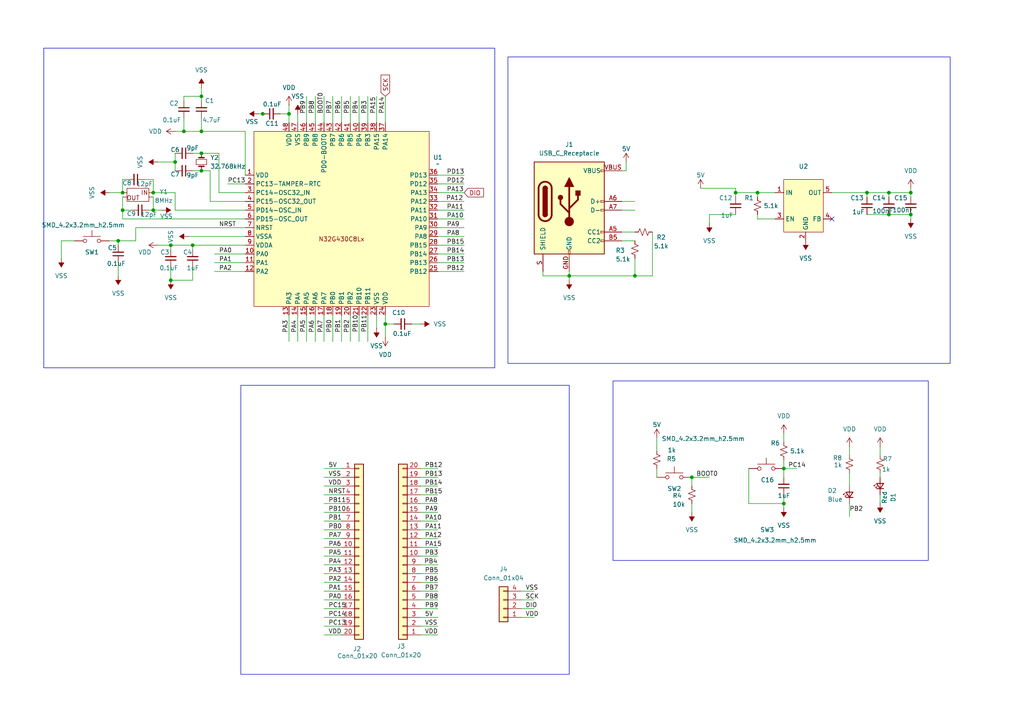
<source format=kicad_sch>
(kicad_sch (version 20250114) (generator "eeschema") (generator_version "9.0")
  (paper "A4")
  (title_block (title "N32G430C8Lx核心板"))
  (lib_symbols
    (symbol "N32G430CBT7:N32G430CBT7"
      (property "Reference" "U1" (at 53.34 -7.5498 0))
      (property "Value" "~" (at 53.34 -9.4549 0))
      (symbol "N32G430CBT7_1_1"
        (text "N32G430C8Lx" (at 25.4 -31.242 0) (effects (font (size 1.27 1.27))))
        (pin input line (at -2.54 -12.7 0) (length 2.54) (name "VDD") (number "1"))
        (pin input line (at -2.54 -15.24 0) (length 2.54) (name "PC13-TAMPER-RTC") (number "2"))
        (pin input line (at -2.54 -17.78 0) (length 2.54) (name "PC14-OSC32_IN") (number "3"))
        (pin input line (at -2.54 -20.32 0) (length 2.54) (name "PC15-OSC32_OUT") (number "4"))
        (pin input line (at -2.54 -22.86 0) (length 2.54) (name "PD14-OSC_IN") (number "5"))
        (pin input line (at -2.54 -25.4 0) (length 2.54) (name "PD15-OSC_OUT") (number "6"))
        (pin input line (at -2.54 -27.94 0) (length 2.54) (name "NRST") (number "7"))
        (pin input line (at -2.54 -30.48 0) (length 2.54) (name "VSSA") (number "8"))
        (pin input line (at -2.54 -33.02 0) (length 2.54) (name "VDDA") (number "9"))
        (pin input line (at -2.54 -35.56 0) (length 2.54) (name "PA0") (number "10"))
        (pin input line (at -2.54 -38.1 0) (length 2.54) (name "PA1") (number "11"))
        (pin input line (at -2.54 -40.64 0) (length 2.54) (name "PA2") (number "12"))
        (pin input line (at 10.16 2.54 270) (length 2.54) (name "VDD") (number "48"))
        (pin input line (at 10.16 -53.34 90) (length 2.54) (name "PA3") (number "13"))
        (pin input line (at 12.7 2.54 270) (length 2.54) (name "VSS") (number "47"))
        (pin input line (at 12.7 -53.34 90) (length 2.54) (name "PA4") (number "14"))
        (pin input line (at 15.24 2.54 270) (length 2.54) (name "PB9") (number "46"))
        (pin input line (at 15.24 -53.34 90) (length 2.54) (name "PA5") (number "15"))
        (pin input line (at 17.78 2.54 270) (length 2.54) (name "PB8") (number "45"))
        (pin input line (at 17.78 -53.34 90) (length 2.54) (name "PA6") (number "16"))
        (pin input line (at 20.32 2.54 270) (length 2.54) (name "PD0-BOOT0") (number "44"))
        (pin input line (at 20.32 -53.34 90) (length 2.54) (name "PA7") (number "17"))
        (pin input line (at 22.86 2.54 270) (length 2.54) (name "PB7") (number "43"))
        (pin input line (at 22.86 -53.34 90) (length 2.54) (name "PB0") (number "18"))
        (pin input line (at 25.4 2.54 270) (length 2.54) (name "PB6") (number "42"))
        (pin input line (at 25.4 -53.34 90) (length 2.54) (name "PB1") (number "19"))
        (pin input line (at 27.94 2.54 270) (length 2.54) (name "PB5") (number "41"))
        (pin input line (at 27.94 -53.34 90) (length 2.54) (name "PB2") (number "20"))
        (pin input line (at 30.48 2.54 270) (length 2.54) (name "PB4") (number "40"))
        (pin input line (at 30.48 -53.34 90) (length 2.54) (name "PB10") (number "21"))
        (pin input line (at 33.02 2.54 270) (length 2.54) (name "PB3") (number "39"))
        (pin input line (at 33.02 -53.34 90) (length 2.54) (name "PB11") (number "22"))
        (pin input line (at 35.56 2.54 270) (length 2.54) (name "PA15") (number "38"))
        (pin input line (at 35.56 -53.34 90) (length 2.54) (name "VSS") (number "23"))
        (pin input line (at 38.1 2.54 270) (length 2.54) (name "PA14") (number "37"))
        (pin input line (at 38.1 -53.34 90) (length 2.54) (name "VDD") (number "24"))
        (pin input line (at 53.34 -12.7 180) (length 2.54) (name "PD13") (number "36"))
        (pin input line (at 53.34 -15.24 180) (length 2.54) (name "PD12") (number "35"))
        (pin input line (at 53.34 -17.78 180) (length 2.54) (name "PA13") (number "34"))
        (pin input line (at 53.34 -20.32 180) (length 2.54) (name "PA12") (number "33"))
        (pin input line (at 53.34 -22.86 180) (length 2.54) (name "PA11") (number "32"))
        (pin input line (at 53.34 -25.4 180) (length 2.54) (name "PA10") (number "31"))
        (pin input line (at 53.34 -27.94 180) (length 2.54) (name "PA9") (number "30"))
        (pin input line (at 53.34 -30.48 180) (length 2.54) (name "PA8") (number "29"))
        (pin input line (at 53.34 -33.02 180) (length 2.54) (name "PB15") (number "28"))
        (pin input line (at 53.34 -35.56 180) (length 2.54) (name "PB14") (number "27"))
        (pin input line (at 53.34 -38.1 180) (length 2.54) (name "PB13") (number "26"))
        (pin input line (at 53.34 -40.64 180) (length 2.54) (name "PB12") (number "25"))
      )
    )
    (symbol "SparkFun-Capacitor:0.1uF_0603_25V_20%" (pin_numbers (hide yes)) (pin_names (offset 0.254))
      (property "Reference" "C" (at 0.635 2.54 0))
      (property "Value" "0.1uF" (at 0.635 -2.54 0))
      (property "Voltage" "25V" (at 0 -6.35 0))
      (property "Tolerance" "20%" (at 0 -8.89 0))
      (symbol "0.1uF_0603_25V_20%_1_1"
        (pin passive line (at 0 2.54 270) (length 2.032) (name "~") (number "1"))
        (pin passive line (at 0 -2.54 90) (length 2.032) (name "~") (number "2"))
      )
    )
    (symbol "SparkFun-Capacitor:1.0uF_0603_16V_10%" (pin_numbers (hide yes)) (pin_names (offset 0.254))
      (property "Reference" "C" (at 0.635 2.54 0))
      (property "Value" "1.0uF" (at 0.635 -2.54 0))
      (property "Voltage" "16V" (at 0 -6.35 0))
      (property "Tolerance" "10%" (at 0 -8.89 0))
      (symbol "1.0uF_0603_16V_10%_1_1"
        (pin passive line (at 0 2.54 270) (length 2.032) (name "~") (number "1"))
        (pin passive line (at 0 -2.54 90) (length 2.032) (name "~") (number "2"))
      )
    )
    (symbol "SparkFun-Capacitor:4.7uF_0603_35V_20%" (pin_numbers (hide yes)) (pin_names (offset 0.254))
      (property "Reference" "C" (at 0.635 2.54 0))
      (property "Value" "4.7uF" (at 0.635 -2.54 0))
      (property "Voltage" "35V" (at 0 -6.35 0))
      (property "Tolerance" "20%" (at 0 -8.89 0))
      (symbol "4.7uF_0603_35V_20%_1_1"
        (pin passive line (at 0 2.54 270) (length 2.032) (name "~") (number "1"))
        (pin passive line (at 0 -2.54 90) (length 2.032) (name "~") (number "2"))
      )
    )
    (symbol "SparkFun-Clock:Crystal_27.12MHz_3.2x2.5mm" (pin_numbers (hide yes)) (pin_names (offset 1.016) (hide yes))
      (property "Reference" "Y1" (at 7.366 2.286 0))
      (property "Value" "8MHz" (at 6.096 0.508 0))
      (symbol "Crystal_27.12MHz_3.2x2.5mm_1_1"
        (text "OUT\n" (at 6.858 4.826 0) (effects (font (size 1.27 1.27))))
        (text "IN" (at 10.16 6.35 0) (effects (font (size 1.27 1.27))))
        (pin passive line (at 3.81 6.35 0) (length 1.27) (name "") (number "4"))
        (pin passive line (at 3.81 5.08 0) (length 1.27) (name "OSC_OUT") (number "3"))
        (pin passive line (at 12.7 6.35 180) (length 1.27) (name "OSC_IN") (number "1"))
        (pin passive line (at 12.7 5.08 180) (length 1.27) (name "") (number "2"))
      )
    )
    (symbol "SparkFun-Clock:Crystal_32.768kHz_3.2x1.5mm" (pin_numbers (hide yes)) (pin_names (offset 1.016) (hide yes))
      (property "Reference" "Y" (at 0 2.54 0))
      (property "Value" "32.768kHz" (at 0 -2.54 0))
      (symbol "Crystal_32.768kHz_3.2x1.5mm_1_1"
        (pin passive line (at -2.54 0 0) (length 1.27) (name "1") (number "1"))
        (pin passive line (at 2.54 0 180) (length 1.27) (name "2") (number "2"))
      )
    )
    (symbol "SparkFun-Connector:Conn_01x04" (pin_names (offset 1.016) (hide yes))
      (property "Reference" "J" (at 0 5.08 0))
      (property "Value" "Conn_01x04" (at 0 -7.62 0))
      (symbol "Conn_01x04_1_1"
        (pin passive line (at -5.08 2.54 0) (length 3.81) (name "Pin_1") (number "1"))
        (pin passive line (at -5.08 0 0) (length 3.81) (name "Pin_2") (number "2"))
        (pin passive line (at -5.08 -2.54 0) (length 3.81) (name "Pin_3") (number "3"))
        (pin passive line (at -5.08 -5.08 0) (length 3.81) (name "Pin_4") (number "4"))
      )
    )
    (symbol "SparkFun-Connector:Conn_01x20" (pin_names (offset 1.016) (hide yes))
      (property "Reference" "J" (at 0 25.4 0))
      (property "Value" "Conn_01x20" (at 0 -27.94 0))
      (symbol "Conn_01x20_1_1"
        (pin passive line (at -5.08 22.86 0) (length 3.81) (name "Pin_1") (number "1"))
        (pin passive line (at -5.08 20.32 0) (length 3.81) (name "Pin_2") (number "2"))
        (pin passive line (at -5.08 17.78 0) (length 3.81) (name "Pin_3") (number "3"))
        (pin passive line (at -5.08 15.24 0) (length 3.81) (name "Pin_4") (number "4"))
        (pin passive line (at -5.08 12.7 0) (length 3.81) (name "Pin_5") (number "5"))
        (pin passive line (at -5.08 10.16 0) (length 3.81) (name "Pin_6") (number "6"))
        (pin passive line (at -5.08 7.62 0) (length 3.81) (name "Pin_7") (number "7"))
        (pin passive line (at -5.08 5.08 0) (length 3.81) (name "Pin_8") (number "8"))
        (pin passive line (at -5.08 2.54 0) (length 3.81) (name "Pin_9") (number "9"))
        (pin passive line (at -5.08 0 0) (length 3.81) (name "Pin_10") (number "10"))
        (pin passive line (at -5.08 -2.54 0) (length 3.81) (name "Pin_11") (number "11"))
        (pin passive line (at -5.08 -5.08 0) (length 3.81) (name "Pin_12") (number "12"))
        (pin passive line (at -5.08 -7.62 0) (length 3.81) (name "Pin_13") (number "13"))
        (pin passive line (at -5.08 -10.16 0) (length 3.81) (name "Pin_14") (number "14"))
        (pin passive line (at -5.08 -12.7 0) (length 3.81) (name "Pin_15") (number "15"))
        (pin passive line (at -5.08 -15.24 0) (length 3.81) (name "Pin_16") (number "16"))
        (pin passive line (at -5.08 -17.78 0) (length 3.81) (name "Pin_17") (number "17"))
        (pin passive line (at -5.08 -20.32 0) (length 3.81) (name "Pin_18") (number "18"))
        (pin passive line (at -5.08 -22.86 0) (length 3.81) (name "Pin_19") (number "19"))
        (pin passive line (at -5.08 -25.4 0) (length 3.81) (name "Pin_20") (number "20"))
      )
    )
    (symbol "SparkFun-Connector:USB_C_Receptacle" (pin_names (offset 1.016))
      (property "Reference" "J" (at -10.16 12.7 0))
      (property "Value" "USB_C_Receptacle" (at 19.05 12.7 0))
      (symbol "USB_C_Receptacle_1_1"
        (pin passive line (at -7.62 -20.32 90) (length 5.08) (name "SHIELD") (number "S"))
        (pin no_connect line (at -5.08 -15.24 90) (length 5.08) (hide yes) (name "NC") (number "NC1"))
        (pin no_connect line (at -3.81 -15.24 90) (length 5.08) (hide yes) (name "NC") (number "NC2"))
        (pin no_connect line (at -2.54 -15.24 90) (length 5.08) (hide yes) (name "NC") (number "NC3"))
        (pin passive line (at 0 -20.32 90) (length 5.08) (name "GND") (number "GND"))
        (pin no_connect line (at 2.54 -15.24 90) (length 5.08) (hide yes) (name "NC") (number "A8"))
        (pin no_connect line (at 3.81 -15.24 90) (length 5.08) (hide yes) (name "NC") (number "B8"))
        (pin power_out line (at 15.24 8.89 180) (length 5.08) (name "VBUS") (number "VBUS"))
        (pin bidirectional line (at 15.24 0 180) (length 5.08) (name "D+") (number "A6"))
        (pin bidirectional line (at 15.24 0 180) (length 5.08) (hide yes) (name "D+") (number "B6"))
        (pin bidirectional line (at 15.24 -2.54 180) (length 5.08) (name "D-") (number "A7"))
        (pin bidirectional line (at 15.24 -2.54 180) (length 5.08) (hide yes) (name "D-") (number "B7"))
        (pin bidirectional line (at 15.24 -8.89 180) (length 5.08) (name "CC1") (number "A5"))
        (pin bidirectional line (at 15.24 -11.43 180) (length 5.08) (name "CC2") (number "B5"))
      )
    )
    (symbol "SparkFun-LED:LED_Blue_0603" (pin_numbers (hide yes)) (pin_names (offset 1.016) (hide yes))
      (property "Reference" "D" (at 0 2.54 0))
      (property "Value" "Blue" (at 0 -2.54 0))
      (symbol "LED_Blue_0603_1_1"
        (pin passive line (at -2.54 0 0) (length 1.778) (name "K") (number "1"))
        (pin passive line (at 2.54 0 180) (length 1.778) (name "A") (number "2"))
      )
    )
    (symbol "SparkFun-LED:LED_Red_0603" (pin_numbers (hide yes)) (pin_names (offset 1.016) (hide yes))
      (property "Reference" "D" (at 0 2.54 0))
      (property "Value" "Red" (at 0 -2.54 0))
      (symbol "LED_Red_0603_1_1"
        (pin passive line (at -2.54 0 0) (length 1.778) (name "K") (number "1"))
        (pin passive line (at 2.54 0 180) (length 1.778) (name "A") (number "2"))
      )
    )
    (symbol "SparkFun-PowerSymbol:5V" (power) (pin_names (offset 0))
      (property "Value" "5V" (at 0 3.81 0))
      (symbol "5V_1_1"
        (pin power_in line (at 0 0 90) (length 0) (hide yes) (name "5V") (number "1"))
      )
    )
    (symbol "SparkFun-Resistor:5.1k_0603" (pin_numbers (hide yes)) (pin_names (offset 0))
      (property "Reference" "R" (at 0 -2.54 0))
      (property "Value" "5.1k" (at 0 2.54 0))
      (symbol "5.1k_0603_1_1"
        (pin passive line (at -2.54 0 0) (length 1.016) (name "~") (number "1"))
        (pin passive line (at 2.54 0 180) (length 1.016) (name "~") (number "2"))
      )
    )
    (symbol "SparkFun-Switch:SPST_Push_SMD_4.2x3.2mm_h2.5mm" (pin_numbers (hide yes)) (pin_names (offset 0) (hide yes))
      (property "Reference" "SW" (at 0 5.08 0))
      (property "Value" "SMD_4.2x3.2mm_h2.5mm" (at 0 -2.54 0))
      (symbol "SPST_Push_SMD_4.2x3.2mm_h2.5mm_0_1"
        (pin passive line (at -5.08 0 0) (length 2.54) (name "1") (number "1"))
        (pin passive line (at 5.08 0 180) (length 2.54) (name "2") (number "2"))
      )
    )
    (symbol "Transistor_BJT:SGM2019"
      (property "Reference" "U" (at 11.176 -18.034 0))
      (symbol "SGM2019_1_1"
        (pin input line (at -2.54 -3.81 0) (length 2.54) (name "IN") (number "1"))
        (pin input line (at -2.54 -11.43 0) (length 2.54) (name "EN") (number "3"))
        (pin input line (at 6.35 -17.78 90) (length 2.54) (name "GND") (number "2"))
        (pin input line (at 13.97 -3.81 180) (length 2.54) (name "OUT") (number "5"))
        (pin input line (at 13.97 -11.43 180) (length 2.54) (name "FB") (number "4"))
      )
    )
    (symbol "power:VDD" (power) (pin_numbers (hide yes)) (pin_names (offset 0) (hide yes))
      (property "Value" "VDD" (at 0 3.556 0))
      (symbol "VDD_1_1"
        (pin power_in line (at 0 0 90) (length 0) (name "~") (number "1"))
      )
    )
    (symbol "power:VSS" (power) (pin_numbers (hide yes)) (pin_names (offset 0) (hide yes))
      (property "Value" "VSS" (at 0 3.556 0))
      (symbol "VSS_1_1"
        (pin power_in line (at 0 0 90) (length 0) (name "~") (number "1"))
      )
    )
  )
  (rectangle (start 177.8 110.49) (end 269.24 162.56))
  (rectangle (start 12.7 13.97) (end 143.51 106.68))
  (rectangle (start 69.85 111.76) (end 165.1 195.58))
  (rectangle (start 147.32 16.51) (end 275.59 105.41))
  (junction (at 257.81 62.23))
  (junction (at 35.56 55.88))
  (junction (at 55.88 71.12))
  (junction (at 200.66 138.43))
  (junction (at 165.1 80.01))
  (junction (at 49.53 81.28))
  (junction (at 53.34 38.1))
  (junction (at 58.42 49.53))
  (junction (at 227.33 135.89))
  (junction (at 44.45 55.88))
  (junction (at 264.16 55.88))
  (junction (at 49.53 71.12))
  (junction (at 219.71 55.88))
  (junction (at 184.15 80.01))
  (junction (at 58.42 27.94))
  (junction (at 76.2 33.02))
  (junction (at 227.33 146.05))
  (junction (at 111.76 93.98))
  (junction (at 58.42 44.45))
  (junction (at 50.8 46.99))
  (junction (at 264.16 62.23))
  (junction (at 257.81 55.88))
  (junction (at 58.42 38.1))
  (junction (at 83.82 33.02))
  (junction (at 213.36 55.88))
  (junction (at 35.56 60.96))
  (junction (at 251.46 55.88))
  (junction (at 34.29 69.85))
  (junction (at 44.45 60.96))
  (no_connect (at 241.3 63.5))
  (wire (pts (xy 93.98 181.61) (xy 99.06 181.61)))
  (wire (pts (xy 127 71.12) (xy 134.62 71.12)))
  (wire (pts (xy 93.98 35.56) (xy 93.98 27.94)))
  (wire (pts (xy 34.29 69.85) (xy 34.29 71.12)))
  (wire (pts (xy 31.75 69.85) (xy 34.29 69.85)))
  (wire (pts (xy 55.88 49.53) (xy 58.42 49.53)))
  (wire (pts (xy 50.8 44.45) (xy 50.8 46.99)))
  (wire (pts (xy 53.34 38.1) (xy 58.42 38.1)))
  (wire (pts (xy 121.92 168.91) (xy 127 168.91)))
  (wire (pts (xy 180.34 69.85) (xy 184.15 69.85)))
  (wire (pts (xy 44.45 60.96) (xy 46.99 60.96)))
  (wire (pts (xy 93.98 166.37) (xy 99.06 166.37)))
  (wire (pts (xy 93.98 173.99) (xy 99.06 173.99)))
  (wire (pts (xy 121.92 163.83) (xy 127 163.83)))
  (wire (pts (xy 86.36 99.06) (xy 86.36 91.44)))
  (wire (pts (xy 83.82 33.02) (xy 83.82 35.56)))
  (wire (pts (xy 219.71 55.88) (xy 224.79 55.88)))
  (wire (pts (xy 50.8 46.99) (xy 50.8 49.53)))
  (wire (pts (xy 224.79 63.5) (xy 219.71 63.5)))
  (wire (pts (xy 151.13 171.45) (xy 154.94 171.45)))
  (wire (pts (xy 180.34 49.53) (xy 181.61 49.53)))
  (wire (pts (xy 121.92 140.97) (xy 127 140.97)))
  (wire (pts (xy 127 60.96) (xy 134.62 60.96)))
  (wire (pts (xy 127 58.42) (xy 134.62 58.42)))
  (wire (pts (xy 127 55.88) (xy 134.62 55.88)))
  (wire (pts (xy 121.92 148.59) (xy 127 148.59)))
  (wire (pts (xy 127 63.5) (xy 134.62 63.5)))
  (wire (pts (xy 49.53 72.39) (xy 49.53 71.12)))
  (wire (pts (xy 93.98 171.45) (xy 99.06 171.45)))
  (wire (pts (xy 227.33 143.51) (xy 227.33 146.05)))
  (wire (pts (xy 74.93 33.02) (xy 76.2 33.02)))
  (wire (pts (xy 213.36 62.23) (xy 205.74 62.23)))
  (wire (pts (xy 62.23 76.2) (xy 71.12 76.2)))
  (wire (pts (xy 203.2 54.61) (xy 213.36 54.61)))
  (wire (pts (xy 58.42 34.29) (xy 58.42 38.1)))
  (wire (pts (xy 127 50.8) (xy 134.62 50.8)))
  (wire (pts (xy 62.23 73.66) (xy 71.12 73.66)))
  (wire (pts (xy 96.52 35.56) (xy 96.52 27.94)))
  (wire (pts (xy 157.48 80.01) (xy 165.1 80.01)))
  (wire (pts (xy 227.33 135.89) (xy 231.14 135.89)))
  (wire (pts (xy 190.5 127) (xy 190.5 130.81)))
  (wire (pts (xy 227.33 133.35) (xy 227.33 135.89)))
  (wire (pts (xy 50.8 38.1) (xy 53.34 38.1)))
  (wire (pts (xy 91.44 35.56) (xy 91.44 27.94)))
  (wire (pts (xy 189.23 80.01) (xy 184.15 80.01)))
  (wire (pts (xy 58.42 25.4) (xy 58.42 27.94)))
  (wire (pts (xy 41.91 52.07) (xy 44.45 52.07)))
  (wire (pts (xy 246.38 129.54) (xy 246.38 132.08)))
  (wire (pts (xy 44.45 52.07) (xy 44.45 55.88)))
  (wire (pts (xy 127 76.2) (xy 134.62 76.2)))
  (wire (pts (xy 255.27 129.54) (xy 255.27 132.08)))
  (wire (pts (xy 121.92 135.89) (xy 127 135.89)))
  (wire (pts (xy 93.98 179.07) (xy 99.06 179.07)))
  (wire (pts (xy 227.33 135.89) (xy 227.33 138.43)))
  (wire (pts (xy 165.1 81.28) (xy 165.1 80.01)))
  (wire (pts (xy 257.81 62.23) (xy 264.16 62.23)))
  (wire (pts (xy 121.92 158.75) (xy 127 158.75)))
  (wire (pts (xy 255.27 143.51) (xy 255.27 146.05)))
  (wire (pts (xy 93.98 161.29) (xy 99.06 161.29)))
  (wire (pts (xy 93.98 135.89) (xy 99.06 135.89)))
  (wire (pts (xy 36.83 52.07) (xy 35.56 52.07)))
  (wire (pts (xy 39.37 66.04) (xy 39.37 69.85)))
  (wire (pts (xy 213.36 57.15) (xy 213.36 55.88)))
  (wire (pts (xy 93.98 143.51) (xy 99.06 143.51)))
  (wire (pts (xy 106.68 35.56) (xy 106.68 27.94)))
  (wire (pts (xy 63.5 55.88) (xy 63.5 44.45)))
  (wire (pts (xy 45.72 71.12) (xy 49.53 71.12)))
  (wire (pts (xy 246.38 146.05) (xy 246.38 149.86)))
  (wire (pts (xy 53.34 34.29) (xy 53.34 38.1)))
  (wire (pts (xy 165.1 80.01) (xy 165.1 78.74)))
  (wire (pts (xy 44.45 60.96) (xy 44.45 57.15)))
  (wire (pts (xy 257.81 57.15) (xy 257.81 55.88)))
  (wire (pts (xy 121.92 179.07) (xy 127 179.07)))
  (wire (pts (xy 91.44 99.06) (xy 91.44 91.44)))
  (wire (pts (xy 106.68 99.06) (xy 106.68 91.44)))
  (wire (pts (xy 71.12 38.1) (xy 71.12 50.8)))
  (wire (pts (xy 39.37 69.85) (xy 34.29 69.85)))
  (wire (pts (xy 121.92 156.21) (xy 127 156.21)))
  (wire (pts (xy 184.15 74.93) (xy 184.15 80.01)))
  (wire (pts (xy 93.98 176.53) (xy 99.06 176.53)))
  (wire (pts (xy 104.14 35.56) (xy 104.14 27.94)))
  (wire (pts (xy 121.92 171.45) (xy 127 171.45)))
  (wire (pts (xy 93.98 99.06) (xy 93.98 91.44)))
  (wire (pts (xy 93.98 168.91) (xy 99.06 168.91)))
  (wire (pts (xy 121.92 173.99) (xy 127 173.99)))
  (wire (pts (xy 55.88 44.45) (xy 58.42 44.45)))
  (wire (pts (xy 264.16 63.5) (xy 264.16 62.23)))
  (wire (pts (xy 93.98 148.59) (xy 99.06 148.59)))
  (wire (pts (xy 264.16 57.15) (xy 264.16 55.88)))
  (wire (pts (xy 49.53 77.47) (xy 49.53 81.28)))
  (wire (pts (xy 58.42 27.94) (xy 58.42 29.21)))
  (wire (pts (xy 55.88 71.12) (xy 71.12 71.12)))
  (wire (pts (xy 31.75 55.88) (xy 35.56 55.88)))
  (wire (pts (xy 255.27 137.16) (xy 255.27 138.43)))
  (wire (pts (xy 121.92 161.29) (xy 127 161.29)))
  (wire (pts (xy 43.18 60.96) (xy 44.45 60.96)))
  (wire (pts (xy 99.06 35.56) (xy 99.06 27.94)))
  (wire (pts (xy 200.66 146.05) (xy 200.66 148.59)))
  (wire (pts (xy 86.36 33.02) (xy 86.36 35.56)))
  (wire (pts (xy 121.92 166.37) (xy 127 166.37)))
  (wire (pts (xy 99.06 99.06) (xy 99.06 91.44)))
  (wire (pts (xy 35.56 63.5) (xy 71.12 63.5)))
  (wire (pts (xy 121.92 181.61) (xy 127 181.61)))
  (wire (pts (xy 213.36 54.61) (xy 213.36 55.88)))
  (wire (pts (xy 45.72 46.99) (xy 50.8 46.99)))
  (wire (pts (xy 93.98 163.83) (xy 99.06 163.83)))
  (wire (pts (xy 88.9 99.06) (xy 88.9 91.44)))
  (wire (pts (xy 127 73.66) (xy 134.62 73.66)))
  (wire (pts (xy 34.29 76.2) (xy 34.29 80.01)))
  (wire (pts (xy 127 68.58) (xy 134.62 68.58)))
  (wire (pts (xy 127 66.04) (xy 134.62 66.04)))
  (wire (pts (xy 83.82 99.06) (xy 83.82 91.44)))
  (wire (pts (xy 93.98 146.05) (xy 99.06 146.05)))
  (wire (pts (xy 151.13 176.53) (xy 154.94 176.53)))
  (wire (pts (xy 251.46 55.88) (xy 251.46 57.15)))
  (wire (pts (xy 181.61 49.53) (xy 181.61 46.99)))
  (wire (pts (xy 119.38 93.98) (xy 121.92 93.98)))
  (wire (pts (xy 111.76 93.98) (xy 114.3 93.98)))
  (wire (pts (xy 83.82 30.48) (xy 83.82 33.02)))
  (wire (pts (xy 49.53 71.12) (xy 55.88 71.12)))
  (wire (pts (xy 205.74 62.23) (xy 205.74 64.77)))
  (wire (pts (xy 111.76 91.44) (xy 111.76 93.98)))
  (wire (pts (xy 35.56 57.15) (xy 35.56 60.96)))
  (wire (pts (xy 227.33 125.73) (xy 227.33 128.27)))
  (wire (pts (xy 50.8 60.96) (xy 50.8 55.88)))
  (wire (pts (xy 55.88 81.28) (xy 49.53 81.28)))
  (wire (pts (xy 257.81 55.88) (xy 264.16 55.88)))
  (wire (pts (xy 257.81 55.88) (xy 251.46 55.88)))
  (wire (pts (xy 101.6 99.06) (xy 101.6 91.44)))
  (wire (pts (xy 151.13 179.07) (xy 154.94 179.07)))
  (wire (pts (xy 200.66 138.43) (xy 200.66 140.97)))
  (wire (pts (xy 121.92 146.05) (xy 127 146.05)))
  (wire (pts (xy 227.33 146.05) (xy 227.33 147.32)))
  (wire (pts (xy 53.34 27.94) (xy 58.42 27.94)))
  (wire (pts (xy 104.14 99.06) (xy 104.14 91.44)))
  (wire (pts (xy 127 53.34) (xy 134.62 53.34)))
  (wire (pts (xy 264.16 54.61) (xy 264.16 55.88)))
  (wire (pts (xy 93.98 156.21) (xy 99.06 156.21)))
  (wire (pts (xy 60.96 58.42) (xy 60.96 49.53)))
  (wire (pts (xy 184.15 80.01) (xy 165.1 80.01)))
  (wire (pts (xy 109.22 91.44) (xy 109.22 95.25)))
  (wire (pts (xy 101.6 35.56) (xy 101.6 27.94)))
  (wire (pts (xy 109.22 27.94) (xy 109.22 35.56)))
  (wire (pts (xy 35.56 52.07) (xy 35.56 55.88)))
  (wire (pts (xy 213.36 55.88) (xy 219.71 55.88)))
  (wire (pts (xy 35.56 60.96) (xy 38.1 60.96)))
  (wire (pts (xy 93.98 140.97) (xy 99.06 140.97)))
  (wire (pts (xy 62.23 78.74) (xy 71.12 78.74)))
  (wire (pts (xy 200.66 138.43) (xy 205.74 138.43)))
  (wire (pts (xy 157.48 78.74) (xy 157.48 80.01)))
  (wire (pts (xy 121.92 143.51) (xy 127 143.51)))
  (wire (pts (xy 180.34 67.31) (xy 184.15 67.31)))
  (wire (pts (xy 180.34 60.96) (xy 184.15 60.96)))
  (wire (pts (xy 93.98 184.15) (xy 99.06 184.15)))
  (wire (pts (xy 241.3 55.88) (xy 251.46 55.88)))
  (wire (pts (xy 63.5 44.45) (xy 58.42 44.45)))
  (wire (pts (xy 121.92 151.13) (xy 127 151.13)))
  (wire (pts (xy 217.17 146.05) (xy 227.33 146.05)))
  (wire (pts (xy 190.5 135.89) (xy 190.5 138.43)))
  (wire (pts (xy 127 78.74) (xy 134.62 78.74)))
  (wire (pts (xy 219.71 57.15) (xy 219.71 55.88)))
  (wire (pts (xy 60.96 49.53) (xy 58.42 49.53)))
  (wire (pts (xy 55.88 77.47) (xy 55.88 81.28)))
  (wire (pts (xy 217.17 135.89) (xy 217.17 146.05)))
  (wire (pts (xy 111.76 93.98) (xy 111.76 97.79)))
  (wire (pts (xy 93.98 158.75) (xy 99.06 158.75)))
  (wire (pts (xy 219.71 63.5) (xy 219.71 62.23)))
  (wire (pts (xy 17.78 69.85) (xy 17.78 74.93)))
  (wire (pts (xy 180.34 58.42) (xy 184.15 58.42)))
  (wire (pts (xy 151.13 173.99) (xy 154.94 173.99)))
  (wire (pts (xy 77.47 33.02) (xy 76.2 33.02)))
  (wire (pts (xy 93.98 153.67) (xy 99.06 153.67)))
  (wire (pts (xy 189.23 67.31) (xy 189.23 80.01)))
  (wire (pts (xy 55.88 71.12) (xy 55.88 72.39)))
  (wire (pts (xy 71.12 55.88) (xy 63.5 55.88)))
  (wire (pts (xy 54.61 68.58) (xy 71.12 68.58)))
  (wire (pts (xy 50.8 55.88) (xy 44.45 55.88)))
  (wire (pts (xy 121.92 184.15) (xy 127 184.15)))
  (wire (pts (xy 71.12 60.96) (xy 50.8 60.96)))
  (wire (pts (xy 66.04 53.34) (xy 71.12 53.34)))
  (wire (pts (xy 21.59 69.85) (xy 17.78 69.85)))
  (wire (pts (xy 121.92 153.67) (xy 127 153.67)))
  (wire (pts (xy 251.46 62.23) (xy 257.81 62.23)))
  (wire (pts (xy 53.34 29.21) (xy 53.34 27.94)))
  (wire (pts (xy 88.9 35.56) (xy 88.9 27.94)))
  (wire (pts (xy 81.28 33.02) (xy 83.82 33.02)))
  (wire (pts (xy 111.76 27.94) (xy 111.76 35.56)))
  (wire (pts (xy 71.12 66.04) (xy 39.37 66.04)))
  (wire (pts (xy 121.92 138.43) (xy 127 138.43)))
  (wire (pts (xy 93.98 151.13) (xy 99.06 151.13)))
  (wire (pts (xy 93.98 138.43) (xy 99.06 138.43)))
  (wire (pts (xy 246.38 137.16) (xy 246.38 140.97)))
  (wire (pts (xy 71.12 58.42) (xy 60.96 58.42)))
  (wire (pts (xy 58.42 38.1) (xy 71.12 38.1)))
  (wire (pts (xy 35.56 60.96) (xy 35.56 63.5)))
  (wire (pts (xy 121.92 176.53) (xy 127 176.53)))
  (wire (pts (xy 96.52 99.06) (xy 96.52 91.44)))
  (label "5V" (at 123.19 179.07 0))
  (label "PB3" (at 123.19 161.29 0))
  (label "BOOT0" (at 201.93 138.43 0))
  (label "PA7" (at 95.25 156.21 0))
  (label "PB8" (at 91.44 33.02 90))
  (label "PA2" (at 95.25 168.91 0))
  (label "PD13" (at 129.54 50.8 0))
  (label "PA5" (at 88.9 96.4517 90))
  (label "PA8" (at 129.54 68.58 0))
  (label "PA4" (at 95.25 163.83 0))
  (label "PA2" (at 63.5 78.74 0))
  (label "PA11" (at 129.54 60.96 0))
  (label "PB4" (at 104.14 33.02 90))
  (label "PC13" (at 95.25 181.61 0))
  (label "PB7" (at 96.52 33.02 90))
  (label "PA13" (at 129.54 55.88 0))
  (label "PC13" (at 66.04 53.34 0))
  (label "PB2" (at 101.6 96.5382 90))
  (label "PB11" (at 106.68 96.4085 90))
  (label "PA0" (at 95.25 173.99 0))
  (label "PB10" (at 95.25 148.59 0))
  (label "PB1" (at 99.06 96.495 90))
  (label "PA15" (at 109.22 32.9851 90))
  (label "PB2" (at 246.38 148.59 0))
  (label "PB0" (at 95.25 153.67 0))
  (label "PB9" (at 123.2143 176.53 0))
  (label "PD12" (at 129.54 53.34 0))
  (label "PB7" (at 123.19 171.45 0))
  (label "PA10" (at 129.54 63.5 0))
  (label "PB15" (at 129.54 71.12 0))
  (label "VDD" (at 95.25 140.97 0))
  (label "PA3" (at 95.25 166.37 0))
  (label "PB6" (at 99.06 33.02 90))
  (label "DIO" (at 152.4 176.53 0))
  (label "PB8" (at 123.1836 173.99 0))
  (label "VDD" (at 152.4 179.07 0))
  (label "PA12" (at 129.3624 58.42 0))
  (label "PB13" (at 123.19 138.43 0))
  (label "VSS" (at 152.4 171.45 0))
  (label "PC15" (at 95.25 176.53 0))
  (label "PC14" (at 228.6 135.89 0))
  (label "PA6" (at 91.44 96.52 90))
  (label "PB3" (at 106.68 33.0139 90))
  (label "PA0" (at 63.5 73.66 0))
  (label "SCK" (at 152.4 173.99 0))
  (label "PA6" (at 95.25 158.75 0))
  (label "PA5" (at 95.25 161.29 0))
  (label "PB13" (at 129.54 76.2 0))
  (label "NRST" (at 95.25 143.51 0))
  (label "VDD" (at 123.19 184.15 0))
  (label "VSS" (at 123.19 181.61 0))
  (label "5V" (at 95.25 135.89 0))
  (label "PA1" (at 95.25 171.45 0))
  (label "PA1" (at 63.5 76.2 0))
  (label "PB5" (at 101.6 33.0139 90))
  (label "VDD" (at 95.25 184.15 0))
  (label "PB0" (at 96.52 96.52 90))
  (label "PA14" (at 111.76 32.9851 90))
  (label "PB14" (at 129.54 73.66 0))
  (label "PB4" (at 123.0053 163.83 0))
  (label "BOOT0" (at 93.98 33.02 90))
  (label "VSS" (at 95.25 138.43 0))
  (label "PA15" (at 123.19 158.75 0))
  (label "NRST" (at 63.5 66.04 0))
  (label "PB15" (at 123.19 143.51 0))
  (label "PC14" (at 95.25 179.07 0))
  (label "PB12" (at 123.19 135.89 0))
  (label "PB12" (at 129.54 78.74 0))
  (label "PA3" (at 83.82 96.52 90))
  (label "PB11" (at 95.25 146.05 0))
  (label "PA9" (at 123.2361 148.59 0))
  (label "PA10" (at 123.19 151.13 0))
  (label "PB9" (at 88.9 33.02 90))
  (label "PA12" (at 123.19 156.21 0))
  (label "PB5" (at 123.19 166.37 0))
  (label "PA11" (at 123.19 153.67 0))
  (label "PA4" (at 86.36 96.52 90))
  (label "PB1" (at 95.25 151.13 0))
  (label "PB10" (at 104.14 96.4085 90))
  (label "PB14" (at 123.19 140.97 0))
  (label "PA8" (at 123.19 146.05 0))
  (label "PA9" (at 129.54 66.04 0))
  (label "PA7" (at 93.98 96.52 90))
  (label "PB6" (at 123.19 168.91 0))
  (global_label "DIO" (shape input) (at 134.62 55.88 0) (property "Intersheetrefs" "${INTERSHEET_REFS}" (effects (hide yes))))
  (global_label "SCK" (shape input) (at 111.76 27.94 90) (property "Intersheetrefs" "${INTERSHEET_REFS}" (effects (hide yes))))
  (symbol (lib_id "SparkFun-Capacitor:0.1uF_0603_25V_20%") (at 116.84 93.98 270) (unit 1)
    (property "Reference" "C10" (at 117.602 90.678 90) (effects (justify right)))
    (property "Value" "0.1uF" (at 119.38 96.774 90) (effects (justify right)))
    (property "Footprint" "SparkFun-Capacitor:C_0603_1608Metric" (effects (hide yes)))
    (property "Datasheet" "https://cdn.sparkfun.com/assets/8/a/4/a/5/Kemet_Capacitor_Datasheet.pdf" (effects (hide yes)))
    (property "Description" "Unpolarized capacitor" (effects (hide yes)))
    (property "PROD_ID" "CAP-00810" (effects (hide yes)))
    (property "Voltage" "25V" (effects (hide yes)))
    (property "Tolerance" "20%" (effects (hide yes)))
  )
  (symbol (lib_id "power:VSS") (at 121.92 93.98 270) (unit 1)
    (property "Reference" "#PWR05" (effects (hide yes)))
    (property "Value" "VSS" (at 125.73 93.9799 90) (effects (justify left)))
    (property "Description" "Power symbol creates a global label with name \"VSS\"" (effects (hide yes)))
  )
  (symbol (lib_id "SparkFun-Clock:Crystal_27.12MHz_3.2x2.5mm") (at 31.75 62.23 0) (unit 1)
    (property "Reference" "Y1" (at 47.498 55.626 0))
    (property "Value" "8MHz" (at 47.498 58.166 0))
    (property "Footprint" "SparkFun-Clock:Crystal_SMD_3.2x2.5mm" (effects (hide yes)))
    (property "Datasheet" "https://www.raltron.com/webproducts/specs/CRYSTAL/RH100-27.120-18-F-3030-EXT-TR.pdf" (effects (hide yes)))
    (property "Description" "Crystal" (effects (hide yes)))
    (property "PROD_ID" "XTAL-" (effects (hide yes)))
  )
  (symbol (lib_id "power:VSS") (at 86.36 33.02 0) (unit 1)
    (property "Reference" "#PWR01" (effects (hide yes)))
    (property "Value" "VSS" (at 86.36 27.94 0))
    (property "Description" "Power symbol creates a global label with name \"VSS\"" (effects (hide yes)))
  )
  (symbol (lib_id "SparkFun-Connector:USB_C_Receptacle") (at 165.1 58.42 0) (unit 1)
    (property "Reference" "J1" (at 165.1 41.91 0))
    (property "Value" "USB_C_Receptacle" (at 165.1 44.45 0))
    (property "Footprint" "SparkFun-Connector:USB-C_16" (effects (hide yes)))
    (property "Datasheet" "https://www.usb.org/sites/default/files/documents/usb_type-c.zip" (effects (hide yes)))
    (property "Description" "USB 2.0-only Type-C Receptacle connector" (effects (hide yes)))
    (property "PROD_ID" "CONN-14122" (effects (hide yes)))
  )
  (symbol (lib_id "N32G430CBT7:N32G430CBT7") (at 73.66 38.1 0) (unit 1)
    (property "Reference" "U1" (at 127 45.6498 0))
    (property "Value" "~" (at 127 47.5549 0))
    (property "Footprint" "N32:QFP-48_8.35x8.35_Pitch0.5mm" (effects (hide yes)))
  )
  (symbol (lib_id "power:VSS") (at 46.99 60.96 270) (mirror x) (unit 1)
    (property "Reference" "#PWR015" (effects (hide yes)))
    (property "Value" "VSS" (at 48.26 62.738 90))
    (property "Description" "Power symbol creates a global label with name \"VSS\"" (effects (hide yes)))
  )
  (symbol (lib_id "Transistor_BJT:SGM2019") (at 227.33 52.07 0) (unit 1)
    (property "Reference" "U2" (at 233.045 48.26 0))
    (property "Footprint" "Power_BrookDawn:SGM2019" (effects (hide yes)))
  )
  (symbol (lib_id "SparkFun-PowerSymbol:5V") (at 181.61 46.99 0) (mirror y) (unit 1)
    (property "Reference" "#PWR031" (effects (hide yes)))
    (property "Value" "5V" (at 181.61 43.18 0))
    (property "Description" "Power symbol creates a global label with name \"5V\"" (effects (hide yes)))
  )
  (symbol (lib_id "power:VSS") (at 45.72 46.99 90) (mirror x) (unit 1)
    (property "Reference" "#PWR013" (effects (hide yes)))
    (property "Value" "VSS" (at 40.64 46.99 0))
    (property "Description" "Power symbol creates a global label with name \"VSS\"" (effects (hide yes)))
  )
  (symbol (lib_id "power:VDD") (at 246.38 129.54 0) (mirror y) (unit 1)
    (property "Reference" "#PWR029" (effects (hide yes)))
    (property "Value" "VDD" (at 246.38 124.46 0))
    (property "Description" "Power symbol creates a global label with name \"VDD\"" (effects (hide yes)))
  )
  (symbol (lib_id "power:VDD") (at 83.82 30.48 0) (unit 1)
    (property "Reference" "#PWR02" (effects (hide yes)))
    (property "Value" "VDD" (at 83.82 25.4 0))
    (property "Description" "Power symbol creates a global label with name \"VDD\"" (effects (hide yes)))
  )
  (symbol (lib_id "power:VSS") (at 200.66 148.59 180) (unit 1)
    (property "Reference" "#PWR024" (effects (hide yes)))
    (property "Value" "VSS" (at 200.66 153.67 0))
    (property "Description" "Power symbol creates a global label with name \"VSS\"" (effects (hide yes)))
  )
  (symbol (lib_id "SparkFun-Resistor:5.1k_0603") (at 186.69 67.31 0) (unit 1)
    (property "Reference" "R2" (at 191.77 68.834 0))
    (property "Value" "5.1k" (at 191.77 71.374 0))
    (property "Footprint" "SparkFun-Resistor:R_0603_1608Metric" (effects (hide yes)))
    (property "Datasheet" "https://www.vishay.com/docs/20035/dcrcwe3.pdf" (effects (hide yes)))
    (property "Description" "Resistor" (effects (hide yes)))
    (property "PROD_ID" "RES-12083" (effects (hide yes)))
  )
  (symbol (lib_id "SparkFun-Switch:SPST_Push_SMD_4.2x3.2mm_h2.5mm") (at 222.25 135.89 0) (unit 1)
    (property "Reference" "SW3" (at 222.504 153.67 0))
    (property "Value" "SMD_4.2x3.2mm_h2.5mm" (at 224.79 156.718 0))
    (property "Footprint" "SparkFun-Switch:Push_SMD_4.2x3.2mm" (effects (hide yes)))
    (property "Datasheet" "https://www.ckswitches.com/media/3130/ck_rk_datasheet.pdf" (effects (hide yes)))
    (property "Description" "Single Pole Single Throw (SPST) switch" (effects (hide yes)))
    (property "PROD_ID" "SWCH-21771" (effects (hide yes)))
  )
  (symbol (lib_id "SparkFun-Switch:SPST_Push_SMD_4.2x3.2mm_h2.5mm") (at 26.67 69.85 0) (unit 1)
    (property "Reference" "SW1" (at 26.67 73.152 0))
    (property "Value" "SMD_4.2x3.2mm_h2.5mm" (at 24.13 65.278 0))
    (property "Footprint" "SparkFun-Switch:Push_SMD_4.2x3.2mm" (effects (hide yes)))
    (property "Datasheet" "https://www.ckswitches.com/media/3130/ck_rk_datasheet.pdf" (effects (hide yes)))
    (property "Description" "Single Pole Single Throw (SPST) switch" (effects (hide yes)))
    (property "PROD_ID" "SWCH-21771" (effects (hide yes)))
  )
  (symbol (lib_id "SparkFun-Capacitor:0.1uF_0603_25V_20%") (at 264.16 59.69 180) (unit 1)
    (property "Reference" "C15" (at 259.334 57.404 0) (effects (justify right)))
    (property "Value" "100nF" (at 258.826 60.96 0) (effects (justify right)))
    (property "Footprint" "SparkFun-Capacitor:C_0603_1608Metric" (effects (hide yes)))
    (property "Datasheet" "https://cdn.sparkfun.com/assets/8/a/4/a/5/Kemet_Capacitor_Datasheet.pdf" (effects (hide yes)))
    (property "Description" "Unpolarized capacitor" (effects (hide yes)))
    (property "PROD_ID" "CAP-00810" (effects (hide yes)))
    (property "Voltage" "25V" (effects (hide yes)))
    (property "Tolerance" "20%" (effects (hide yes)))
  )
  (symbol (lib_id "power:VSS") (at 109.22 95.25 180) (unit 1)
    (property "Reference" "#PWR04" (effects (hide yes)))
    (property "Value" "VSS" (at 109.22 100.33 0))
    (property "Description" "Power symbol creates a global label with name \"VSS\"" (effects (hide yes)))
  )
  (symbol (lib_id "SparkFun-Connector:Conn_01x20") (at 104.14 158.75 0) (unit 1)
    (property "Reference" "J2" (at 102.362 188.214 0) (effects (justify left)))
    (property "Value" "Conn_01x20" (at 97.79 190.246 0) (effects (justify left)))
    (property "Footprint" "SparkFun-Connector:1x20" (effects (hide yes)))
    (property "Description" "Basic 0.1\" PTH" (effects (hide yes)))
  )
  (symbol (lib_id "SparkFun-Connector:Conn_01x20") (at 116.84 161.29 180) (unit 1)
    (property "Reference" "J3" (at 116.332 187.452 0))
    (property "Value" "Conn_01x20" (at 116.332 189.992 0))
    (property "Footprint" "SparkFun-Connector:1x20" (effects (hide yes)))
    (property "Description" "Basic 0.1\" PTH" (effects (hide yes)))
  )
  (symbol (lib_id "power:VSS") (at 264.16 63.5 0) (mirror x) (unit 1)
    (property "Reference" "#PWR022" (effects (hide yes)))
    (property "Value" "VSS" (at 264.16 68.58 0))
    (property "Description" "Power symbol creates a global label with name \"VSS\"" (effects (hide yes)))
  )
  (symbol (lib_id "SparkFun-Capacitor:0.1uF_0603_25V_20%") (at 55.88 74.93 180) (unit 1)
    (property "Reference" "C4" (at 53.086 73.152 0) (effects (justify right)))
    (property "Value" "1uF" (at 54.102 77.724 0) (effects (justify right)))
    (property "Footprint" "SparkFun-Capacitor:C_0603_1608Metric" (effects (hide yes)))
    (property "Datasheet" "https://cdn.sparkfun.com/assets/8/a/4/a/5/Kemet_Capacitor_Datasheet.pdf" (effects (hide yes)))
    (property "Description" "Unpolarized capacitor" (effects (hide yes)))
    (property "PROD_ID" "CAP-00810" (effects (hide yes)))
    (property "Voltage" "25V" (effects (hide yes)))
    (property "Tolerance" "20%" (effects (hide yes)))
  )
  (symbol (lib_id "SparkFun-PowerSymbol:5V") (at 203.2 54.61 0) (unit 1)
    (property "Reference" "#PWR020" (effects (hide yes)))
    (property "Value" "5V" (at 203.2 50.8 0))
    (property "Description" "Power symbol creates a global label with name \"5V\"" (effects (hide yes)))
  )
  (symbol (lib_id "SparkFun-Capacitor:0.1uF_0603_25V_20%") (at 34.29 73.66 180) (unit 1)
    (property "Reference" "C5" (at 31.242 71.882 0) (effects (justify right)))
    (property "Value" "0.1uF" (at 30.988 76.454 0) (effects (justify right)))
    (property "Footprint" "SparkFun-Capacitor:C_0603_1608Metric" (effects (hide yes)))
    (property "Datasheet" "https://cdn.sparkfun.com/assets/8/a/4/a/5/Kemet_Capacitor_Datasheet.pdf" (effects (hide yes)))
    (property "Description" "Unpolarized capacitor" (effects (hide yes)))
    (property "PROD_ID" "CAP-00810" (effects (hide yes)))
    (property "Voltage" "25V" (effects (hide yes)))
    (property "Tolerance" "20%" (effects (hide yes)))
  )
  (symbol (lib_id "SparkFun-Clock:Crystal_32.768kHz_3.2x1.5mm") (at 58.42 46.99 90) (unit 1)
    (property "Reference" "Y2" (at 60.96 45.7199 90) (effects (justify right)))
    (property "Value" "32.768kHz" (at 60.96 48.2599 90) (effects (justify right)))
    (property "Footprint" "SparkFun-Clock:Crystal_SMD_3.2x1.5mm" (effects (hide yes)))
    (property "Datasheet" "https://abracon.com/Resonators/ABS07.pdf" (effects (hide yes)))
    (property "Description" "Crystal" (effects (hide yes)))
    (property "PROD_ID" "XTAL-13062" (effects (hide yes)))
  )
  (symbol (lib_id "SparkFun-Capacitor:0.1uF_0603_25V_20%") (at 49.53 74.93 180) (unit 1)
    (property "Reference" "C3" (at 46.482 73.152 0) (effects (justify right)))
    (property "Value" "0.1uF" (at 46.228 77.724 0) (effects (justify right)))
    (property "Footprint" "SparkFun-Capacitor:C_0603_1608Metric" (effects (hide yes)))
    (property "Datasheet" "https://cdn.sparkfun.com/assets/8/a/4/a/5/Kemet_Capacitor_Datasheet.pdf" (effects (hide yes)))
    (property "Description" "Unpolarized capacitor" (effects (hide yes)))
    (property "PROD_ID" "CAP-00810" (effects (hide yes)))
    (property "Voltage" "25V" (effects (hide yes)))
    (property "Tolerance" "20%" (effects (hide yes)))
  )
  (symbol (lib_id "power:VDD") (at 227.33 125.73 0) (mirror y) (unit 1)
    (property "Reference" "#PWR026" (effects (hide yes)))
    (property "Value" "VDD" (at 227.33 120.65 0))
    (property "Description" "Power symbol creates a global label with name \"VDD\"" (effects (hide yes)))
  )
  (symbol (lib_id "SparkFun-PowerSymbol:5V") (at 190.5 127 0) (unit 1)
    (property "Reference" "#PWR025" (effects (hide yes)))
    (property "Value" "5V" (at 190.5 123.19 0))
    (property "Description" "Power symbol creates a global label with name \"5V\"" (effects (hide yes)))
  )
  (symbol (lib_id "power:VSS") (at 34.29 80.01 0) (mirror x) (unit 1)
    (property "Reference" "#PWR011" (effects (hide yes)))
    (property "Value" "VSS" (at 34.29 85.09 0))
    (property "Description" "Power symbol creates a global label with name \"VSS\"" (effects (hide yes)))
  )
  (symbol (lib_id "SparkFun-Resistor:5.1k_0603") (at 190.5 133.35 90) (unit 1)
    (property "Reference" "R5" (at 196.088 133.096 90) (effects (justify left)))
    (property "Value" "1k" (at 196.088 130.556 90) (effects (justify left)))
    (property "Footprint" "SparkFun-Resistor:R_0603_1608Metric" (effects (hide yes)))
    (property "Datasheet" "https://www.vishay.com/docs/20035/dcrcwe3.pdf" (effects (hide yes)))
    (property "Description" "Resistor" (effects (hide yes)))
    (property "PROD_ID" "RES-12083" (effects (hide yes)))
  )
  (symbol (lib_id "SparkFun-Capacitor:0.1uF_0603_25V_20%") (at 257.81 59.69 180) (unit 1)
    (property "Reference" "C14" (at 252.984 57.404 0) (effects (justify right)))
    (property "Value" "100nF" (at 252.984 61.214 0) (effects (justify right)))
    (property "Footprint" "SparkFun-Capacitor:C_0603_1608Metric" (effects (hide yes)))
    (property "Datasheet" "https://cdn.sparkfun.com/assets/8/a/4/a/5/Kemet_Capacitor_Datasheet.pdf" (effects (hide yes)))
    (property "Description" "Unpolarized capacitor" (effects (hide yes)))
    (property "PROD_ID" "CAP-00810" (effects (hide yes)))
    (property "Voltage" "25V" (effects (hide yes)))
    (property "Tolerance" "20%" (effects (hide yes)))
  )
  (symbol (lib_id "SparkFun-Capacitor:1.0uF_0603_16V_10%") (at 53.34 49.53 270) (unit 1)
    (property "Reference" "C7" (at 50.8 50.546 90))
    (property "Value" "9pF" (at 55.88 50.8 90))
    (property "Footprint" "SparkFun-Capacitor:C_0603_1608Metric" (effects (hide yes)))
    (property "Datasheet" "https://cdn.sparkfun.com/assets/8/a/4/a/5/Kemet_Capacitor_Datasheet.pdf" (effects (hide yes)))
    (property "Description" "Unpolarized capacitor" (effects (hide yes)))
    (property "PROD_ID" "CAP-13930" (effects (hide yes)))
    (property "Voltage" "16V" (effects (hide yes)))
    (property "Tolerance" "10%" (effects (hide yes)))
  )
  (symbol (lib_id "SparkFun-Resistor:5.1k_0603") (at 246.38 134.62 270) (unit 1)
    (property "Reference" "R8" (at 241.554 132.842 90) (effects (justify left)))
    (property "Value" "1k" (at 241.808 134.874 90) (effects (justify left)))
    (property "Footprint" "SparkFun-Resistor:R_0603_1608Metric" (effects (hide yes)))
    (property "Datasheet" "https://www.vishay.com/docs/20035/dcrcwe3.pdf" (effects (hide yes)))
    (property "Description" "Resistor" (effects (hide yes)))
    (property "PROD_ID" "RES-12083" (effects (hide yes)))
  )
  (symbol (lib_id "SparkFun-Resistor:5.1k_0603") (at 200.66 143.51 270) (unit 1)
    (property "Reference" "R4" (at 195.072 143.764 90) (effects (justify left)))
    (property "Value" "10k" (at 195.072 146.304 90) (effects (justify left)))
    (property "Footprint" "SparkFun-Resistor:R_0603_1608Metric" (effects (hide yes)))
    (property "Datasheet" "https://www.vishay.com/docs/20035/dcrcwe3.pdf" (effects (hide yes)))
    (property "Description" "Resistor" (effects (hide yes)))
    (property "PROD_ID" "RES-12083" (effects (hide yes)))
  )
  (symbol (lib_id "SparkFun-Resistor:5.1k_0603") (at 184.15 72.39 270) (unit 1)
    (property "Reference" "R3" (at 178.562 72.644 90) (effects (justify left)))
    (property "Value" "5.1k" (at 178.562 75.184 90) (effects (justify left)))
    (property "Footprint" "SparkFun-Resistor:R_0603_1608Metric" (effects (hide yes)))
    (property "Datasheet" "https://www.vishay.com/docs/20035/dcrcwe3.pdf" (effects (hide yes)))
    (property "Description" "Resistor" (effects (hide yes)))
    (property "PROD_ID" "RES-12083" (effects (hide yes)))
  )
  (symbol (lib_id "SparkFun-Capacitor:0.1uF_0603_25V_20%") (at 227.33 140.97 180) (unit 1)
    (property "Reference" "C16" (at 224.536 139.192 0) (effects (justify left)))
    (property "Value" "1uF" (at 225.552 143.764 0) (effects (justify right)))
    (property "Footprint" "SparkFun-Capacitor:C_0603_1608Metric" (effects (hide yes)))
    (property "Datasheet" "https://cdn.sparkfun.com/assets/8/a/4/a/5/Kemet_Capacitor_Datasheet.pdf" (effects (hide yes)))
    (property "Description" "Unpolarized capacitor" (effects (hide yes)))
    (property "PROD_ID" "CAP-00810" (effects (hide yes)))
    (property "Voltage" "25V" (effects (hide yes)))
    (property "Tolerance" "20%" (effects (hide yes)))
  )
  (symbol (lib_id "power:VSS") (at 17.78 74.93 180) (unit 1)
    (property "Reference" "#PWR012" (effects (hide yes)))
    (property "Value" "VSS" (at 17.78 80.01 0))
    (property "Description" "Power symbol creates a global label with name \"VSS\"" (effects (hide yes)))
  )
  (symbol (lib_id "power:VSS") (at 205.74 64.77 0) (mirror x) (unit 1)
    (property "Reference" "#PWR021" (effects (hide yes)))
    (property "Value" "VSS" (at 205.74 69.85 0))
    (property "Description" "Power symbol creates a global label with name \"VSS\"" (effects (hide yes)))
  )
  (symbol (lib_id "power:VSS") (at 233.68 69.85 0) (mirror x) (unit 1)
    (property "Reference" "#PWR019" (effects (hide yes)))
    (property "Value" "VSS" (at 233.68 74.93 0))
    (property "Description" "Power symbol creates a global label with name \"VSS\"" (effects (hide yes)))
  )
  (symbol (lib_id "SparkFun-Capacitor:1.0uF_0603_16V_10%") (at 40.64 60.96 270) (unit 1)
    (property "Reference" "C9" (at 38.1 61.976 90))
    (property "Value" "12pF" (at 43.18 62.23 90))
    (property "Footprint" "SparkFun-Capacitor:C_0603_1608Metric" (effects (hide yes)))
    (property "Datasheet" "https://cdn.sparkfun.com/assets/8/a/4/a/5/Kemet_Capacitor_Datasheet.pdf" (effects (hide yes)))
    (property "Description" "Unpolarized capacitor" (effects (hide yes)))
    (property "PROD_ID" "CAP-13930" (effects (hide yes)))
    (property "Voltage" "16V" (effects (hide yes)))
    (property "Tolerance" "10%" (effects (hide yes)))
  )
  (symbol (lib_id "power:VDD") (at 264.16 54.61 0) (unit 1)
    (property "Reference" "#PWR023" (effects (hide yes)))
    (property "Value" "VDD" (at 264.16 49.53 0))
    (property "Description" "Power symbol creates a global label with name \"VDD\"" (effects (hide yes)))
  )
  (symbol (lib_id "power:VSS") (at 227.33 147.32 0) (mirror x) (unit 1)
    (property "Reference" "#PWR027" (effects (hide yes)))
    (property "Value" "VSS" (at 227.33 152.4 0))
    (property "Description" "Power symbol creates a global label with name \"VSS\"" (effects (hide yes)))
  )
  (symbol (lib_id "power:VDD") (at 45.72 71.12 90) (unit 1)
    (property "Reference" "#PWR010" (effects (hide yes)))
    (property "Value" "VDD" (at 43.942 73.152 90) (effects (justify left)))
    (property "Description" "Power symbol creates a global label with name \"VDD\"" (effects (hide yes)))
  )
  (symbol (lib_id "power:VSS") (at 165.1 81.28 0) (mirror x) (unit 1)
    (property "Reference" "#PWR016" (effects (hide yes)))
    (property "Value" "VSS" (at 165.1 86.36 0))
    (property "Description" "Power symbol creates a global label with name \"VSS\"" (effects (hide yes)))
  )
  (symbol (lib_id "SparkFun-Connector:Conn_01x04") (at 146.05 176.53 180) (unit 1)
    (property "Reference" "J4" (at 146.05 165.1 0))
    (property "Value" "Conn_01x04" (at 146.05 167.64 0))
    (property "Footprint" "SparkFun-Connector:1x04" (effects (hide yes)))
    (property "Description" "Basic 0.1\" PTH" (effects (hide yes)))
  )
  (symbol (lib_id "power:VSS") (at 255.27 146.05 0) (mirror x) (unit 1)
    (property "Reference" "#PWR028" (effects (hide yes)))
    (property "Value" "VSS" (at 255.27 151.13 0))
    (property "Description" "Power symbol creates a global label with name \"VSS\"" (effects (hide yes)))
  )
  (symbol (lib_id "SparkFun-Capacitor:0.1uF_0603_25V_20%") (at 251.46 59.69 180) (unit 1)
    (property "Reference" "C13" (at 246.634 57.404 0) (effects (justify right)))
    (property "Value" "1uF" (at 247.142 61.468 0) (effects (justify right)))
    (property "Footprint" "SparkFun-Capacitor:C_0603_1608Metric" (effects (hide yes)))
    (property "Datasheet" "https://cdn.sparkfun.com/assets/8/a/4/a/5/Kemet_Capacitor_Datasheet.pdf" (effects (hide yes)))
    (property "Description" "Unpolarized capacitor" (effects (hide yes)))
    (property "PROD_ID" "CAP-00810" (effects (hide yes)))
    (property "Voltage" "25V" (effects (hide yes)))
    (property "Tolerance" "20%" (effects (hide yes)))
  )
  (symbol (lib_id "SparkFun-Capacitor:0.1uF_0603_25V_20%") (at 53.34 31.75 0) (unit 1)
    (property "Reference" "C2" (at 51.816 29.972 0) (effects (justify right)))
    (property "Value" "0.1uF" (at 52.578 34.798 0) (effects (justify right)))
    (property "Footprint" "SparkFun-Capacitor:C_0603_1608Metric" (effects (hide yes)))
    (property "Datasheet" "https://cdn.sparkfun.com/assets/8/a/4/a/5/Kemet_Capacitor_Datasheet.pdf" (effects (hide yes)))
    (property "Description" "Unpolarized capacitor" (effects (hide yes)))
    (property "PROD_ID" "CAP-00810" (effects (hide yes)))
    (property "Voltage" "25V" (effects (hide yes)))
    (property "Tolerance" "20%" (effects (hide yes)))
  )
  (symbol (lib_id "SparkFun-Resistor:5.1k_0603") (at 255.27 134.62 270) (unit 1)
    (property "Reference" "R7" (at 256.032 133.096 90) (effects (justify left)))
    (property "Value" "1k" (at 255.778 136.144 90) (effects (justify left)))
    (property "Footprint" "SparkFun-Resistor:R_0603_1608Metric" (effects (hide yes)))
    (property "Datasheet" "https://www.vishay.com/docs/20035/dcrcwe3.pdf" (effects (hide yes)))
    (property "Description" "Resistor" (effects (hide yes)))
    (property "PROD_ID" "RES-12083" (effects (hide yes)))
  )
  (symbol (lib_id "power:VDD") (at 50.8 38.1 90) (unit 1)
    (property "Reference" "#PWR06" (effects (hide yes)))
    (property "Value" "VDD" (at 46.99 38.0999 90) (effects (justify left)))
    (property "Description" "Power symbol creates a global label with name \"VDD\"" (effects (hide yes)))
  )
  (symbol (lib_id "SparkFun-Capacitor:1.0uF_0603_16V_10%") (at 39.37 52.07 270) (unit 1)
    (property "Reference" "C8" (at 36.83 53.086 90))
    (property "Value" "12pF" (at 41.91 53.34 90))
    (property "Footprint" "SparkFun-Capacitor:C_0603_1608Metric" (effects (hide yes)))
    (property "Datasheet" "https://cdn.sparkfun.com/assets/8/a/4/a/5/Kemet_Capacitor_Datasheet.pdf" (effects (hide yes)))
    (property "Description" "Unpolarized capacitor" (effects (hide yes)))
    (property "PROD_ID" "CAP-13930" (effects (hide yes)))
    (property "Voltage" "16V" (effects (hide yes)))
    (property "Tolerance" "10%" (effects (hide yes)))
  )
  (symbol (lib_id "power:VDD") (at 111.76 97.79 180) (unit 1)
    (property "Reference" "#PWR03" (effects (hide yes)))
    (property "Value" "VDD" (at 111.76 102.87 0))
    (property "Description" "Power symbol creates a global label with name \"VDD\"" (effects (hide yes)))
  )
  (symbol (lib_id "power:VSS") (at 74.93 33.02 90) (unit 1)
    (property "Reference" "#PWR018" (effects (hide yes)))
    (property "Value" "VSS" (at 74.93 35.306 90) (effects (justify left)))
    (property "Description" "Power symbol creates a global label with name \"VSS\"" (effects (hide yes)))
  )
  (symbol (lib_id "SparkFun-Capacitor:4.7uF_0603_35V_20%") (at 58.42 31.75 180) (unit 1)
    (property "Reference" "C1" (at 59.436 29.21 0) (effects (justify right)))
    (property "Value" "4.7uF" (at 58.674 34.798 0) (effects (justify right)))
    (property "Footprint" "SparkFun-Capacitor:C_0603_1608Metric" (effects (hide yes)))
    (property "Datasheet" "https://cdn.sparkfun.com/assets/8/a/4/a/5/Kemet_Capacitor_Datasheet.pdf" (effects (hide yes)))
    (property "Description" "Unpolarized capacitor" (effects (hide yes)))
    (property "PROD_ID" "CAP-14106" (effects (hide yes)))
    (property "Voltage" "35V" (effects (hide yes)))
    (property "Tolerance" "20%" (effects (hide yes)))
  )
  (symbol (lib_id "SparkFun-Switch:SPST_Push_SMD_4.2x3.2mm_h2.5mm") (at 195.58 138.43 0) (unit 1)
    (property "Reference" "SW2" (at 195.58 141.732 0))
    (property "Value" "SMD_4.2x3.2mm_h2.5mm" (at 203.962 127.254 0))
    (property "Footprint" "SparkFun-Switch:Push_SMD_4.2x3.2mm" (effects (hide yes)))
    (property "Datasheet" "https://www.ckswitches.com/media/3130/ck_rk_datasheet.pdf" (effects (hide yes)))
    (property "Description" "Single Pole Single Throw (SPST) switch" (effects (hide yes)))
    (property "PROD_ID" "SWCH-21771" (effects (hide yes)))
  )
  (symbol (lib_id "SparkFun-Resistor:5.1k_0603") (at 219.71 59.69 270) (unit 1)
    (property "Reference" "R1" (at 215.9 57.404 90) (effects (justify left)))
    (property "Value" "5.1k" (at 221.488 59.69 90) (effects (justify left)))
    (property "Footprint" "SparkFun-Resistor:R_0603_1608Metric" (effects (hide yes)))
    (property "Datasheet" "https://www.vishay.com/docs/20035/dcrcwe3.pdf" (effects (hide yes)))
    (property "Description" "Resistor" (effects (hide yes)))
    (property "PROD_ID" "RES-12083" (effects (hide yes)))
  )
  (symbol (lib_id "SparkFun-LED:LED_Blue_0603") (at 246.38 143.51 90) (unit 1)
    (property "Reference" "D2" (at 240.03 142.3034 90) (effects (justify right)))
    (property "Value" "Blue" (at 240.03 144.8434 90) (effects (justify right)))
    (property "Footprint" "SparkFun-LED:LED_0603_1608Metric_Blue" (effects (hide yes)))
    (property "Datasheet" "https://media.digikey.com/pdf/Data%20Sheets/Rohm%20PDFs/SMLE12_Series_Rev2.0_2007.pdf" (effects (hide yes)))
    (property "Description" "Light emitting diode" (effects (hide yes)))
    (property "PROD_ID" "DIO-08575" (effects (hide yes)))
  )
  (symbol (lib_id "SparkFun-Capacitor:1.0uF_0603_16V_10%") (at 53.34 44.45 270) (unit 1)
    (property "Reference" "C6" (at 50.8 43.434 90))
    (property "Value" "9pF" (at 55.88 42.926 90))
    (property "Footprint" "SparkFun-Capacitor:C_0603_1608Metric" (effects (hide yes)))
    (property "Datasheet" "https://cdn.sparkfun.com/assets/8/a/4/a/5/Kemet_Capacitor_Datasheet.pdf" (effects (hide yes)))
    (property "Description" "Unpolarized capacitor" (effects (hide yes)))
    (property "PROD_ID" "CAP-13930" (effects (hide yes)))
    (property "Voltage" "16V" (effects (hide yes)))
    (property "Tolerance" "10%" (effects (hide yes)))
  )
  (symbol (lib_id "SparkFun-Resistor:5.1k_0603") (at 227.33 130.81 270) (unit 1)
    (property "Reference" "R6" (at 223.52 128.524 90) (effects (justify left)))
    (property "Value" "5.1k" (at 229.108 130.81 90) (effects (justify left)))
    (property "Footprint" "SparkFun-Resistor:R_0603_1608Metric" (effects (hide yes)))
    (property "Datasheet" "https://www.vishay.com/docs/20035/dcrcwe3.pdf" (effects (hide yes)))
    (property "Description" "Resistor" (effects (hide yes)))
    (property "PROD_ID" "RES-12083" (effects (hide yes)))
  )
  (symbol (lib_id "power:VSS") (at 58.42 25.4 0) (mirror y) (unit 1)
    (property "Reference" "#PWR07" (effects (hide yes)))
    (property "Value" "VSS" (at 58.42 20.32 0))
    (property "Description" "Power symbol creates a global label with name \"VSS\"" (effects (hide yes)))
  )
  (symbol (lib_id "power:VSS") (at 49.53 81.28 0) (mirror x) (unit 1)
    (property "Reference" "#PWR09" (effects (hide yes)))
    (property "Value" "VSS" (at 49.53 86.36 0))
    (property "Description" "Power symbol creates a global label with name \"VSS\"" (effects (hide yes)))
  )
  (symbol (lib_id "SparkFun-LED:LED_Red_0603") (at 255.27 140.97 90) (unit 1)
    (property "Reference" "D1" (at 259.08 144.272 0))
    (property "Value" "Red" (at 256.54 144.272 0))
    (property "Footprint" "SparkFun-LED:LED_0603_1608Metric_Red" (effects (hide yes)))
    (property "Datasheet" "https://docs.broadcom.com/docs/AV02-0551EN" (effects (hide yes)))
    (property "Description" "Light emitting diode" (effects (hide yes)))
    (property "PROD_ID" "DIO-17976" (effects (hide yes)))
  )
  (symbol (lib_id "power:VSS") (at 54.61 68.58 90) (mirror x) (unit 1)
    (property "Reference" "#PWR08" (effects (hide yes)))
    (property "Value" "VSS" (at 49.53 68.58 0))
    (property "Description" "Power symbol creates a global label with name \"VSS\"" (effects (hide yes)))
  )
  (symbol (lib_id "power:VDD") (at 255.27 129.54 0) (unit 1)
    (property "Reference" "#PWR030" (effects (hide yes)))
    (property "Value" "VDD" (at 255.27 124.46 0))
    (property "Description" "Power symbol creates a global label with name \"VDD\"" (effects (hide yes)))
  )
  (symbol (lib_id "SparkFun-Capacitor:0.1uF_0603_25V_20%") (at 213.36 59.69 180) (unit 1)
    (property "Reference" "C12" (at 208.534 57.404 0) (effects (justify right)))
    (property "Value" "1uF" (at 209.042 62.484 0) (effects (justify right)))
    (property "Footprint" "SparkFun-Capacitor:C_0603_1608Metric" (effects (hide yes)))
    (property "Datasheet" "https://cdn.sparkfun.com/assets/8/a/4/a/5/Kemet_Capacitor_Datasheet.pdf" (effects (hide yes)))
    (property "Description" "Unpolarized capacitor" (effects (hide yes)))
    (property "PROD_ID" "CAP-00810" (effects (hide yes)))
    (property "Voltage" "25V" (effects (hide yes)))
    (property "Tolerance" "20%" (effects (hide yes)))
  )
  (symbol (lib_id "power:VSS") (at 31.75 55.88 90) (mirror x) (unit 1)
    (property "Reference" "#PWR014" (effects (hide yes)))
    (property "Value" "VSS" (at 26.67 55.88 0))
    (property "Description" "Power symbol creates a global label with name \"VSS\"" (effects (hide yes)))
  )
  (symbol (lib_id "SparkFun-Capacitor:0.1uF_0603_25V_20%") (at 78.74 33.02 90) (unit 1)
    (property "Reference" "C11" (at 76.962 35.814 90) (effects (justify right)))
    (property "Value" "0.1uF" (at 76.2 30.226 90) (effects (justify right)))
    (property "Footprint" "SparkFun-Capacitor:C_0603_1608Metric" (effects (hide yes)))
    (property "Datasheet" "https://cdn.sparkfun.com/assets/8/a/4/a/5/Kemet_Capacitor_Datasheet.pdf" (effects (hide yes)))
    (property "Description" "Unpolarized capacitor" (effects (hide yes)))
    (property "PROD_ID" "CAP-00810" (effects (hide yes)))
    (property "Voltage" "25V" (effects (hide yes)))
    (property "Tolerance" "20%" (effects (hide yes)))
  )
)
</source>
